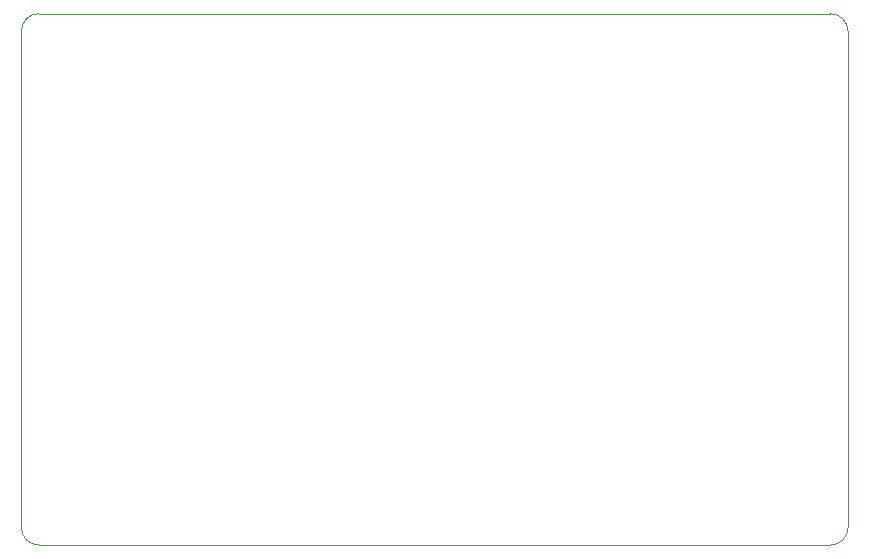
<source format=gm1>
%TF.GenerationSoftware,KiCad,Pcbnew,(6.0.10)*%
%TF.CreationDate,2023-02-17T01:50:23+01:00*%
%TF.ProjectId,base,62617365-2e6b-4696-9361-645f70636258,rev?*%
%TF.SameCoordinates,Original*%
%TF.FileFunction,Profile,NP*%
%FSLAX46Y46*%
G04 Gerber Fmt 4.6, Leading zero omitted, Abs format (unit mm)*
G04 Created by KiCad (PCBNEW (6.0.10)) date 2023-02-17 01:50:23*
%MOMM*%
%LPD*%
G01*
G04 APERTURE LIST*
%TA.AperFunction,Profile*%
%ADD10C,0.100000*%
%TD*%
G04 APERTURE END LIST*
D10*
X178500000Y-68000000D02*
X111500000Y-68000000D01*
X178500000Y-113000000D02*
G75*
G03*
X180000000Y-111500000I0J1500000D01*
G01*
X111500000Y-113000000D02*
X178500000Y-113000000D01*
X180000000Y-69500000D02*
G75*
G03*
X178500000Y-68000000I-1500000J0D01*
G01*
X110000000Y-111500000D02*
G75*
G03*
X111500000Y-113000000I1500000J0D01*
G01*
X110000000Y-69500000D02*
X110000000Y-111500000D01*
X180000000Y-111500000D02*
X180000000Y-69500000D01*
X111500000Y-68000000D02*
G75*
G03*
X110000000Y-69500000I0J-1500000D01*
G01*
M02*

</source>
